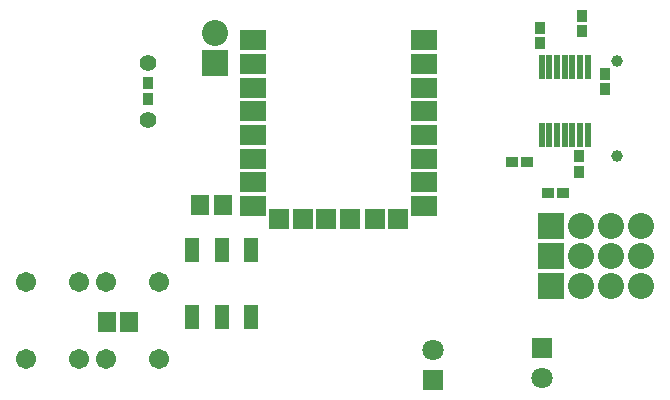
<source format=gbs>
G04 DipTrace 3.0.0.1*
G04 ProjectXNew.gbs*
%MOMM*%
G04 #@! TF.FileFunction,Soldermask,Bot*
G04 #@! TF.Part,Single*
%ADD63C,1.0*%
%ADD69C,1.4232*%
%ADD79C,1.704*%
%ADD81R,1.704X1.704*%
%ADD83R,2.204X1.704*%
%ADD85R,2.204X2.204*%
%ADD87C,2.204*%
%ADD89R,0.604X2.004*%
%ADD99R,1.304X2.154*%
%ADD101R,1.504X1.704*%
%ADD133C,1.804*%
%ADD135R,1.804X1.804*%
%ADD137R,0.904X1.104*%
%ADD139R,1.104X0.904*%
%FSLAX35Y35*%
G04*
G71*
G90*
G75*
G01*
G04 BotMask*
%LPD*%
D137*
X793833Y920847D3*
Y1050847D3*
D135*
X254027Y-1270133D3*
D133*
Y-1524133D3*
D135*
X-666820Y-1540037D3*
D133*
Y-1286037D3*
D63*
X892233Y355520D3*
X889233Y1155520D3*
D137*
X-3080073Y841463D3*
Y971463D3*
X237667Y1439333D3*
Y1309333D3*
X597000Y1541333D3*
Y1411333D3*
X571560Y222273D3*
Y352273D3*
D139*
X0Y301657D3*
X130000D3*
X308000Y43000D3*
X438000D3*
D101*
X-3238840Y-1047860D3*
X-3428840D3*
X-2635527Y-63507D3*
X-2445527D3*
D99*
X-2206857Y-1009547D3*
X-2456857D3*
X-2706857D3*
Y-444547D3*
X-2456857D3*
X-2206857D3*
D89*
X254027Y1111367D3*
X319027D3*
X384027D3*
X449027D3*
X514027D3*
X579027D3*
X644027Y1111347D3*
Y531367D3*
X579027D3*
X514027D3*
X449027D3*
X384027D3*
X319027D3*
X254027D3*
D87*
X587437Y-238150D3*
X841437Y-238173D3*
X1095437D3*
D85*
X332437Y-238147D3*
D87*
X587437Y-492177D3*
X841437Y-492200D3*
X1095437D3*
D85*
X332437Y-492173D3*
D87*
X587437Y-746203D3*
X841437Y-746227D3*
X1095437D3*
D85*
X332437Y-746200D3*
D83*
X-740980Y1333640D3*
Y1133640D3*
Y933640D3*
Y733640D3*
Y533640D3*
Y333640D3*
Y133640D3*
Y-66360D3*
X-2190980Y1333640D3*
Y1133640D3*
Y933640D3*
Y733640D3*
Y533640D3*
Y333640D3*
Y133640D3*
Y-66360D3*
D81*
X-960980Y-180360D3*
X-1160980D3*
X-1364980D3*
X-1568980D3*
X-1768980D3*
X-1968980D3*
D79*
X-2984813Y-714450D3*
Y-1364450D3*
X-3434813Y-714450D3*
Y-1364450D3*
X-4112057Y-1365393D3*
Y-715393D3*
X-3662057Y-1365393D3*
Y-715393D3*
D87*
X-2508513Y1397147D3*
D85*
X-2509513Y1143150D3*
D69*
X-3080073Y660520D3*
Y1143120D3*
M02*

</source>
